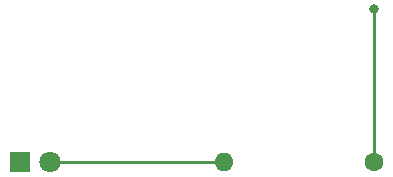
<source format=gbr>
%TF.GenerationSoftware,KiCad,Pcbnew,6.0.7-f9a2dced07~116~ubuntu22.04.1*%
%TF.CreationDate,2022-08-30T22:25:07-07:00*%
%TF.ProjectId,kicad_hello_world,6b696361-645f-4686-956c-6c6f5f776f72,0*%
%TF.SameCoordinates,Original*%
%TF.FileFunction,Copper,L1,Top*%
%TF.FilePolarity,Positive*%
%FSLAX46Y46*%
G04 Gerber Fmt 4.6, Leading zero omitted, Abs format (unit mm)*
G04 Created by KiCad (PCBNEW 6.0.7-f9a2dced07~116~ubuntu22.04.1) date 2022-08-30 22:25:07*
%MOMM*%
%LPD*%
G01*
G04 APERTURE LIST*
%TA.AperFunction,ComponentPad*%
%ADD10O,1.600000X1.600000*%
%TD*%
%TA.AperFunction,ComponentPad*%
%ADD11C,1.600000*%
%TD*%
%TA.AperFunction,ComponentPad*%
%ADD12R,1.800000X1.800000*%
%TD*%
%TA.AperFunction,ComponentPad*%
%ADD13C,1.800000*%
%TD*%
%TA.AperFunction,ViaPad*%
%ADD14C,0.800000*%
%TD*%
%TA.AperFunction,Conductor*%
%ADD15C,0.250000*%
%TD*%
G04 APERTURE END LIST*
D10*
%TO.P,R1,2*%
%TO.N,/led*%
X137300000Y-114000000D03*
D11*
%TO.P,R1,1*%
%TO.N,VCC*%
X150000000Y-114000000D03*
%TD*%
D12*
%TO.P,D1,1,K*%
%TO.N,GND*%
X120000000Y-114000000D03*
D13*
%TO.P,D1,2,A*%
%TO.N,/led*%
X122540000Y-114000000D03*
%TD*%
D14*
%TO.N,VCC*%
X150000000Y-101000000D03*
%TD*%
D15*
%TO.N,VCC*%
X150000000Y-101000000D02*
X150000000Y-114000000D01*
%TO.N,/led*%
X137300000Y-114000000D02*
X122540000Y-114000000D01*
%TD*%
M02*

</source>
